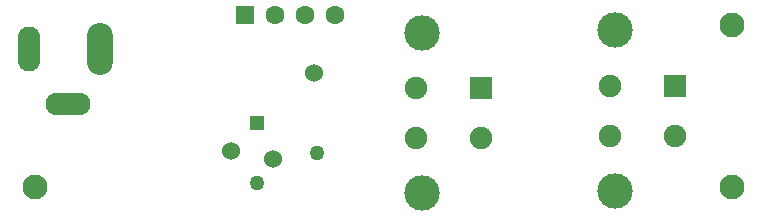
<source format=gbr>
%TF.GenerationSoftware,KiCad,Pcbnew,(6.0.5)*%
%TF.CreationDate,2022-06-11T19:53:57-07:00*%
%TF.ProjectId,L0003-Wheatstone-Bridge,4c303030-332d-4576-9865-617473746f6e,rev?*%
%TF.SameCoordinates,Original*%
%TF.FileFunction,Soldermask,Bot*%
%TF.FilePolarity,Negative*%
%FSLAX46Y46*%
G04 Gerber Fmt 4.6, Leading zero omitted, Abs format (unit mm)*
G04 Created by KiCad (PCBNEW (6.0.5)) date 2022-06-11 19:53:57*
%MOMM*%
%LPD*%
G01*
G04 APERTURE LIST*
%ADD10C,2.100000*%
%ADD11O,2.200000X4.400000*%
%ADD12O,1.900000X3.800000*%
%ADD13O,3.800000X1.900000*%
%ADD14R,1.268000X1.268000*%
%ADD15C,1.268000*%
%ADD16C,2.999999*%
%ADD17R,1.900000X1.900000*%
%ADD18C,1.900000*%
%ADD19R,1.605000X1.605000*%
%ADD20C,1.605000*%
%ADD21C,1.524000*%
G04 APERTURE END LIST*
D10*
%TO.C,H1*%
X156845000Y-92710000D03*
%TD*%
%TO.C,H2*%
X156845000Y-78994000D03*
%TD*%
%TO.C,H3*%
X97790000Y-92710000D03*
%TD*%
D11*
%TO.C,P1*%
X103289000Y-81026000D03*
D12*
X97334000Y-81026000D03*
D13*
X100584000Y-85716000D03*
%TD*%
D14*
%TO.C,R2*%
X116586000Y-87249000D03*
D15*
X121666000Y-89789000D03*
X116586000Y-92329000D03*
%TD*%
D16*
%TO.C,P4*%
X130544006Y-93227975D03*
X130544006Y-79628002D03*
D17*
X135584006Y-84328000D03*
D18*
X135584006Y-88527999D03*
X130084007Y-84328000D03*
X130084007Y-88527999D03*
%TD*%
D16*
%TO.C,P3*%
X146927000Y-79450502D03*
X146927000Y-93050475D03*
D17*
X151967000Y-84150500D03*
D18*
X151967000Y-88350499D03*
X146467001Y-84150500D03*
X146467001Y-88350499D03*
%TD*%
D19*
%TO.C,P2*%
X115570000Y-78105000D03*
D20*
X118110000Y-78105000D03*
X120650000Y-78105000D03*
X123190000Y-78105000D03*
%TD*%
D21*
%TO.C,TP1*%
X114427000Y-89662000D03*
%TD*%
%TO.C,TP2*%
X117983000Y-90297000D03*
%TD*%
%TO.C,TP3*%
X121412000Y-83058000D03*
%TD*%
M02*

</source>
